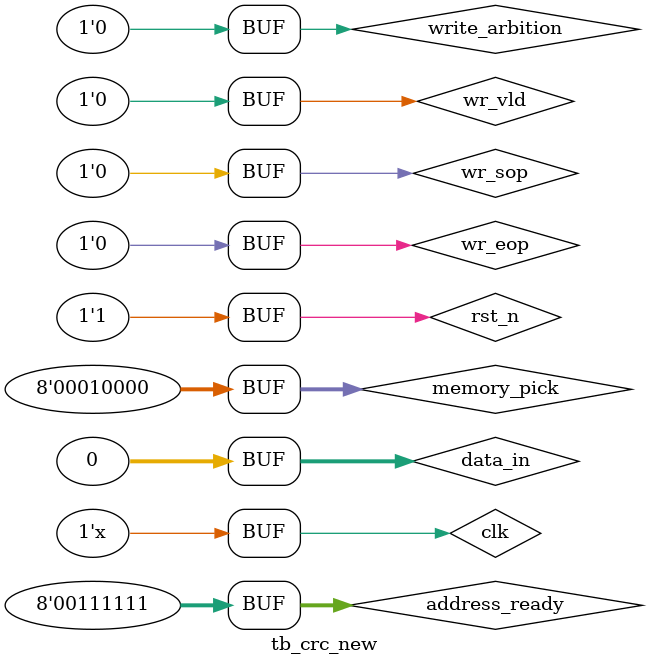
<source format=v>
`timescale 1ns / 1ps

module tb_crc_new();

reg  		 clk           ;
reg  		 rst_n         ;
reg  [31:0]  data_in       ;
reg          wr_sop        ;
reg          wr_eop        ;
reg          wr_vld        ;
reg          write_arbition;
reg  [7:0]   memory_pick   ;
reg  [7:0]   address_ready ;
                          
wire [31:0]	 data_true     ;
wire 		 write_ready   ;
wire [10:0]  data_size     ;
wire [3:0]   dest_port     ;
wire [9:0]   data_wait_time;
wire [2:0]   data_priority ;
wire         write_enable  ;

always #2 clk = ~clk;

initial
    begin
        clk = 1'b0;
        rst_n <= 1'b0;
        wr_sop <= 1'b0;
        wr_eop <= 1'b0;
        wr_vld <= 1'b0;
        #4
        rst_n <= 1'b1;
        #4
        wr_sop <= 1'b1;
        #4
        wr_sop <= 1'b0;
        wr_vld <= 1'b1;
        #16

        wr_vld <= 1'b1;
        #20
        wr_vld <= 1'b0;
        wr_eop <= 1'b1;
        #4
        wr_eop <= 1'b0;        
    end 

initial 
    begin
    data_in <= 32'b0;
    #12
    data_in <= 32'b000000000_00110000_01001110_101_0010;
    #4
    data_in <= 32'b00000000001111111111101110011111;
    #4
    data_in <= 32'b01010101010101010101010101010111; 
    #4
    data_in <= 32'b01111111111111100000000000000000;
    #4
    data_in <= 32'b00000000001111111111111010101010;
    #4
    data_in <= 32'b00000011111111110101010001010101; 
    #4
    data_in <= 32'b01010101010000000011111111100000;
    #4
    data_in <= 32'b00000000001111111111101110011111;
    #4
    data_in <= 32'b01111111111111100000000000000000;
    #4
    data_in <= 32'b0;
    end
    
initial
    begin
        write_arbition <= 1'b0;
        memory_pick   <= 8'b00000000;
        address_ready <= 8'b00000000;
        
        #100
        write_arbition <= 1'b1;
        memory_pick   <= 8'b00000100;
        address_ready <= 8'b00000001;
        #4
        memory_pick   <= 8'b00001000;
        address_ready <= 8'b00001111;
        write_arbition <= 1'b0;
        #4
        memory_pick   <= 8'b00010000;
        address_ready <= 8'b00011111;
        #4
        memory_pick   <= 8'b00010000;
        address_ready <= 8'b00111111;
    end    

crc_new crc_new_inst
(
	.clk           (clk),
	.rst_n         (rst_n),
	.data_in       (data_in),
    .wr_sop        (wr_sop),
    .wr_eop        (wr_eop),
    .wr_vld        (wr_vld),
    .write_arbition(write_arbition),
    .memory_pick   (memory_pick),  //RAM选择信号
    .address_ready (address_ready),  //RAM就绪信号
   
	.data_true     (data_true),  //crc校验结束输出的数据
	.write_ready   (write_ready),
    .data_size     (data_size     ),
    .dest_port     (dest_port     ),
    .data_wait_time(data_wait_time),
    .data_priority (data_priority ),
    .write_enable  (write_enable  )
);

endmodule


</source>
